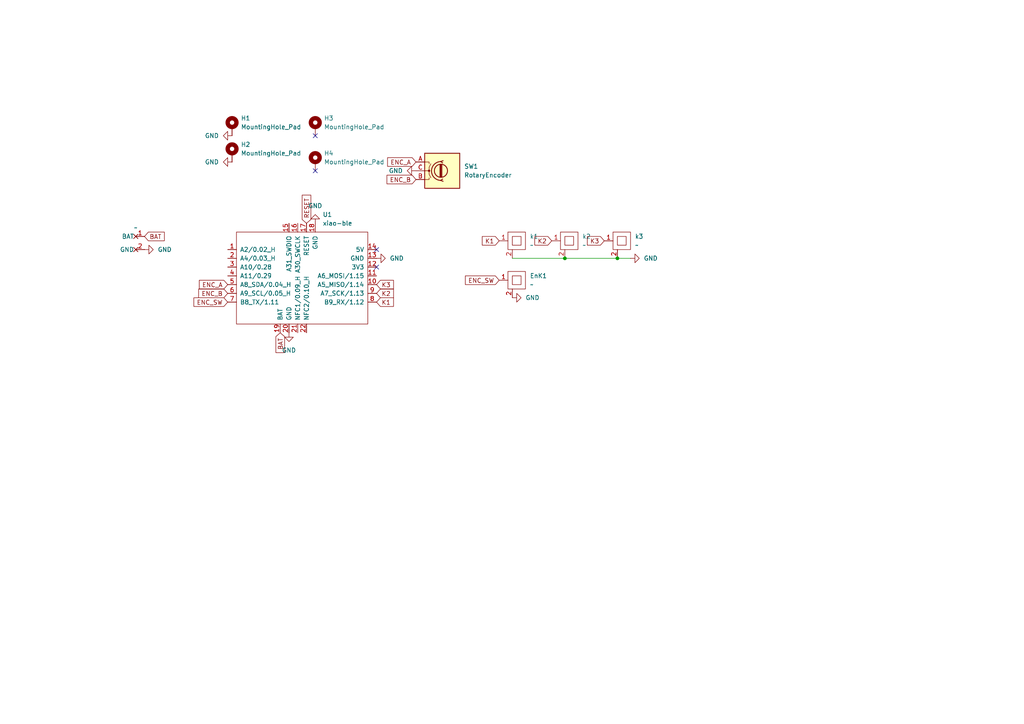
<source format=kicad_sch>
(kicad_sch
	(version 20250114)
	(generator "eeschema")
	(generator_version "9.0")
	(uuid "36ddaaaf-3a39-4af4-98fb-cd823926c68d")
	(paper "A4")
	(lib_symbols
		(symbol "Device:RotaryEncoder"
			(pin_names
				(offset 0.254)
				(hide yes)
			)
			(exclude_from_sim no)
			(in_bom yes)
			(on_board yes)
			(property "Reference" "SW"
				(at 0 6.604 0)
				(effects
					(font
						(size 1.27 1.27)
					)
				)
			)
			(property "Value" "RotaryEncoder"
				(at 0 -6.604 0)
				(effects
					(font
						(size 1.27 1.27)
					)
				)
			)
			(property "Footprint" ""
				(at -3.81 4.064 0)
				(effects
					(font
						(size 1.27 1.27)
					)
					(hide yes)
				)
			)
			(property "Datasheet" "~"
				(at 0 6.604 0)
				(effects
					(font
						(size 1.27 1.27)
					)
					(hide yes)
				)
			)
			(property "Description" "Rotary encoder, dual channel, incremental quadrate outputs"
				(at 0 0 0)
				(effects
					(font
						(size 1.27 1.27)
					)
					(hide yes)
				)
			)
			(property "ki_keywords" "rotary switch encoder"
				(at 0 0 0)
				(effects
					(font
						(size 1.27 1.27)
					)
					(hide yes)
				)
			)
			(property "ki_fp_filters" "RotaryEncoder*"
				(at 0 0 0)
				(effects
					(font
						(size 1.27 1.27)
					)
					(hide yes)
				)
			)
			(symbol "RotaryEncoder_0_1"
				(rectangle
					(start -5.08 5.08)
					(end 5.08 -5.08)
					(stroke
						(width 0.254)
						(type default)
					)
					(fill
						(type background)
					)
				)
				(polyline
					(pts
						(xy -5.08 2.54) (xy -3.81 2.54) (xy -3.81 2.032)
					)
					(stroke
						(width 0)
						(type default)
					)
					(fill
						(type none)
					)
				)
				(polyline
					(pts
						(xy -5.08 0) (xy -3.81 0) (xy -3.81 -1.016) (xy -3.302 -2.032)
					)
					(stroke
						(width 0)
						(type default)
					)
					(fill
						(type none)
					)
				)
				(polyline
					(pts
						(xy -5.08 -2.54) (xy -3.81 -2.54) (xy -3.81 -2.032)
					)
					(stroke
						(width 0)
						(type default)
					)
					(fill
						(type none)
					)
				)
				(polyline
					(pts
						(xy -4.318 0) (xy -3.81 0) (xy -3.81 1.016) (xy -3.302 2.032)
					)
					(stroke
						(width 0)
						(type default)
					)
					(fill
						(type none)
					)
				)
				(circle
					(center -3.81 0)
					(radius 0.254)
					(stroke
						(width 0)
						(type default)
					)
					(fill
						(type outline)
					)
				)
				(polyline
					(pts
						(xy -0.635 -1.778) (xy -0.635 1.778)
					)
					(stroke
						(width 0.254)
						(type default)
					)
					(fill
						(type none)
					)
				)
				(circle
					(center -0.381 0)
					(radius 1.905)
					(stroke
						(width 0.254)
						(type default)
					)
					(fill
						(type none)
					)
				)
				(polyline
					(pts
						(xy -0.381 -1.778) (xy -0.381 1.778)
					)
					(stroke
						(width 0.254)
						(type default)
					)
					(fill
						(type none)
					)
				)
				(arc
					(start -0.381 -2.794)
					(mid -3.0988 -0.0635)
					(end -0.381 2.667)
					(stroke
						(width 0.254)
						(type default)
					)
					(fill
						(type none)
					)
				)
				(polyline
					(pts
						(xy -0.127 1.778) (xy -0.127 -1.778)
					)
					(stroke
						(width 0.254)
						(type default)
					)
					(fill
						(type none)
					)
				)
				(polyline
					(pts
						(xy 0.254 2.921) (xy -0.508 2.667) (xy 0.127 2.286)
					)
					(stroke
						(width 0.254)
						(type default)
					)
					(fill
						(type none)
					)
				)
				(polyline
					(pts
						(xy 0.254 -3.048) (xy -0.508 -2.794) (xy 0.127 -2.413)
					)
					(stroke
						(width 0.254)
						(type default)
					)
					(fill
						(type none)
					)
				)
			)
			(symbol "RotaryEncoder_1_1"
				(pin passive line
					(at -7.62 2.54 0)
					(length 2.54)
					(name "A"
						(effects
							(font
								(size 1.27 1.27)
							)
						)
					)
					(number "A"
						(effects
							(font
								(size 1.27 1.27)
							)
						)
					)
				)
				(pin passive line
					(at -7.62 0 0)
					(length 2.54)
					(name "C"
						(effects
							(font
								(size 1.27 1.27)
							)
						)
					)
					(number "C"
						(effects
							(font
								(size 1.27 1.27)
							)
						)
					)
				)
				(pin passive line
					(at -7.62 -2.54 0)
					(length 2.54)
					(name "B"
						(effects
							(font
								(size 1.27 1.27)
							)
						)
					)
					(number "B"
						(effects
							(font
								(size 1.27 1.27)
							)
						)
					)
				)
			)
			(embedded_fonts no)
		)
		(symbol "Mechanical:MountingHole_Pad"
			(pin_numbers
				(hide yes)
			)
			(pin_names
				(offset 1.016)
				(hide yes)
			)
			(exclude_from_sim no)
			(in_bom no)
			(on_board yes)
			(property "Reference" "H"
				(at 0 6.35 0)
				(effects
					(font
						(size 1.27 1.27)
					)
				)
			)
			(property "Value" "MountingHole_Pad"
				(at 0 4.445 0)
				(effects
					(font
						(size 1.27 1.27)
					)
				)
			)
			(property "Footprint" ""
				(at 0 0 0)
				(effects
					(font
						(size 1.27 1.27)
					)
					(hide yes)
				)
			)
			(property "Datasheet" "~"
				(at 0 0 0)
				(effects
					(font
						(size 1.27 1.27)
					)
					(hide yes)
				)
			)
			(property "Description" "Mounting Hole with connection"
				(at 0 0 0)
				(effects
					(font
						(size 1.27 1.27)
					)
					(hide yes)
				)
			)
			(property "ki_keywords" "mounting hole"
				(at 0 0 0)
				(effects
					(font
						(size 1.27 1.27)
					)
					(hide yes)
				)
			)
			(property "ki_fp_filters" "MountingHole*Pad*"
				(at 0 0 0)
				(effects
					(font
						(size 1.27 1.27)
					)
					(hide yes)
				)
			)
			(symbol "MountingHole_Pad_0_1"
				(circle
					(center 0 1.27)
					(radius 1.27)
					(stroke
						(width 1.27)
						(type default)
					)
					(fill
						(type none)
					)
				)
			)
			(symbol "MountingHole_Pad_1_1"
				(pin input line
					(at 0 -2.54 90)
					(length 2.54)
					(name "1"
						(effects
							(font
								(size 1.27 1.27)
							)
						)
					)
					(number "1"
						(effects
							(font
								(size 1.27 1.27)
							)
						)
					)
				)
			)
			(embedded_fonts no)
		)
		(symbol "e.symbols:battery_connector"
			(exclude_from_sim no)
			(in_bom yes)
			(on_board yes)
			(property "Reference" "B1"
				(at 0.508 -0.762 0)
				(effects
					(font
						(size 1.27 1.27)
					)
					(hide yes)
				)
			)
			(property "Value" "~"
				(at -2.54 7.62 0)
				(effects
					(font
						(size 1.27 1.27)
					)
				)
			)
			(property "Footprint" ""
				(at 0 0 0)
				(effects
					(font
						(size 1.27 1.27)
					)
					(hide yes)
				)
			)
			(property "Datasheet" ""
				(at 0 0 0)
				(effects
					(font
						(size 1.27 1.27)
					)
					(hide yes)
				)
			)
			(property "Description" ""
				(at 0 0 0)
				(effects
					(font
						(size 1.27 1.27)
					)
					(hide yes)
				)
			)
			(symbol "battery_connector_1_1"
				(pin input non_logic
					(at 0 5.08 180)
					(length 2.54)
					(name "BAT"
						(effects
							(font
								(size 1.27 1.27)
							)
						)
					)
					(number "1"
						(effects
							(font
								(size 1.27 1.27)
							)
						)
					)
				)
				(pin output non_logic
					(at 0 1.27 180)
					(length 2.54)
					(name "GND"
						(effects
							(font
								(size 1.27 1.27)
							)
						)
					)
					(number "2"
						(effects
							(font
								(size 1.27 1.27)
							)
						)
					)
				)
			)
			(embedded_fonts no)
		)
		(symbol "e.symbols:switch"
			(exclude_from_sim no)
			(in_bom yes)
			(on_board yes)
			(property "Reference" "k"
				(at 0 0 0)
				(effects
					(font
						(size 1.27 1.27)
					)
				)
			)
			(property "Value" ""
				(at 0 0 0)
				(effects
					(font
						(size 1.27 1.27)
					)
				)
			)
			(property "Footprint" ""
				(at 0 0 0)
				(effects
					(font
						(size 1.27 1.27)
					)
					(hide yes)
				)
			)
			(property "Datasheet" ""
				(at 0 0 0)
				(effects
					(font
						(size 1.27 1.27)
					)
					(hide yes)
				)
			)
			(property "Description" ""
				(at 0 0 0)
				(effects
					(font
						(size 1.27 1.27)
					)
					(hide yes)
				)
			)
			(symbol "switch_0_1"
				(rectangle
					(start -2.54 2.54)
					(end 2.54 -2.54)
					(stroke
						(width 0)
						(type default)
					)
					(fill
						(type none)
					)
				)
				(rectangle
					(start -1.27 1.27)
					(end 1.27 -1.27)
					(stroke
						(width 0)
						(type default)
					)
					(fill
						(type none)
					)
				)
			)
			(symbol "switch_1_1"
				(pin input line
					(at -5.08 0 0)
					(length 2.54)
					(name ""
						(effects
							(font
								(size 1.27 1.27)
							)
						)
					)
					(number "1"
						(effects
							(font
								(size 1.27 1.27)
							)
						)
					)
				)
				(pin input line
					(at -1.27 -5.08 90)
					(length 2.54)
					(name ""
						(effects
							(font
								(size 1.27 1.27)
							)
						)
					)
					(number "2"
						(effects
							(font
								(size 1.27 1.27)
							)
						)
					)
				)
			)
			(embedded_fonts no)
		)
		(symbol "power:GND"
			(power)
			(pin_numbers
				(hide yes)
			)
			(pin_names
				(offset 0)
				(hide yes)
			)
			(exclude_from_sim no)
			(in_bom yes)
			(on_board yes)
			(property "Reference" "#PWR"
				(at 0 -6.35 0)
				(effects
					(font
						(size 1.27 1.27)
					)
					(hide yes)
				)
			)
			(property "Value" "GND"
				(at 0 -3.81 0)
				(effects
					(font
						(size 1.27 1.27)
					)
				)
			)
			(property "Footprint" ""
				(at 0 0 0)
				(effects
					(font
						(size 1.27 1.27)
					)
					(hide yes)
				)
			)
			(property "Datasheet" ""
				(at 0 0 0)
				(effects
					(font
						(size 1.27 1.27)
					)
					(hide yes)
				)
			)
			(property "Description" "Power symbol creates a global label with name \"GND\" , ground"
				(at 0 0 0)
				(effects
					(font
						(size 1.27 1.27)
					)
					(hide yes)
				)
			)
			(property "ki_keywords" "global power"
				(at 0 0 0)
				(effects
					(font
						(size 1.27 1.27)
					)
					(hide yes)
				)
			)
			(symbol "GND_0_1"
				(polyline
					(pts
						(xy 0 0) (xy 0 -1.27) (xy 1.27 -1.27) (xy 0 -2.54) (xy -1.27 -1.27) (xy 0 -1.27)
					)
					(stroke
						(width 0)
						(type default)
					)
					(fill
						(type none)
					)
				)
			)
			(symbol "GND_1_1"
				(pin power_in line
					(at 0 0 270)
					(length 0)
					(name "~"
						(effects
							(font
								(size 1.27 1.27)
							)
						)
					)
					(number "1"
						(effects
							(font
								(size 1.27 1.27)
							)
						)
					)
				)
			)
			(embedded_fonts no)
		)
		(symbol "xiao:xiao-ble"
			(pin_names
				(offset 1.016)
			)
			(exclude_from_sim no)
			(in_bom yes)
			(on_board yes)
			(property "Reference" "U"
				(at -17.78 16.51 0)
				(effects
					(font
						(size 1.27 1.27)
					)
				)
			)
			(property "Value" "xiao-ble"
				(at -15.24 13.97 0)
				(effects
					(font
						(size 1.27 1.27)
					)
				)
			)
			(property "Footprint" ""
				(at -7.62 5.08 0)
				(effects
					(font
						(size 1.27 1.27)
					)
					(hide yes)
				)
			)
			(property "Datasheet" ""
				(at -7.62 5.08 0)
				(effects
					(font
						(size 1.27 1.27)
					)
					(hide yes)
				)
			)
			(property "Description" ""
				(at 0 0 0)
				(effects
					(font
						(size 1.27 1.27)
					)
					(hide yes)
				)
			)
			(symbol "xiao-ble_0_1"
				(rectangle
					(start -19.05 12.7)
					(end 19.05 -13.97)
					(stroke
						(width 0)
						(type default)
					)
					(fill
						(type none)
					)
				)
			)
			(symbol "xiao-ble_1_1"
				(pin bidirectional line
					(at -21.59 7.62 0)
					(length 2.54)
					(name "A2/0.02_H"
						(effects
							(font
								(size 1.27 1.27)
							)
						)
					)
					(number "1"
						(effects
							(font
								(size 1.27 1.27)
							)
						)
					)
				)
				(pin bidirectional line
					(at -21.59 5.08 0)
					(length 2.54)
					(name "A4/0.03_H"
						(effects
							(font
								(size 1.27 1.27)
							)
						)
					)
					(number "2"
						(effects
							(font
								(size 1.27 1.27)
							)
						)
					)
				)
				(pin bidirectional line
					(at -21.59 2.54 0)
					(length 2.54)
					(name "A10/0.28"
						(effects
							(font
								(size 1.27 1.27)
							)
						)
					)
					(number "3"
						(effects
							(font
								(size 1.27 1.27)
							)
						)
					)
				)
				(pin bidirectional line
					(at -21.59 0 0)
					(length 2.54)
					(name "A11/0.29"
						(effects
							(font
								(size 1.27 1.27)
							)
						)
					)
					(number "4"
						(effects
							(font
								(size 1.27 1.27)
							)
						)
					)
				)
				(pin bidirectional line
					(at -21.59 -2.54 0)
					(length 2.54)
					(name "A8_SDA/0.04_H"
						(effects
							(font
								(size 1.27 1.27)
							)
						)
					)
					(number "5"
						(effects
							(font
								(size 1.27 1.27)
							)
						)
					)
				)
				(pin bidirectional line
					(at -21.59 -5.08 0)
					(length 2.54)
					(name "A9_SCL/0.05_H"
						(effects
							(font
								(size 1.27 1.27)
							)
						)
					)
					(number "6"
						(effects
							(font
								(size 1.27 1.27)
							)
						)
					)
				)
				(pin bidirectional line
					(at -21.59 -7.62 0)
					(length 2.54)
					(name "B8_TX/1.11"
						(effects
							(font
								(size 1.27 1.27)
							)
						)
					)
					(number "7"
						(effects
							(font
								(size 1.27 1.27)
							)
						)
					)
				)
				(pin bidirectional line
					(at -6.35 -16.51 90)
					(length 2.54)
					(name "BAT"
						(effects
							(font
								(size 1.27 1.27)
							)
						)
					)
					(number "19"
						(effects
							(font
								(size 1.27 1.27)
							)
						)
					)
				)
				(pin input line
					(at -3.81 15.24 270)
					(length 2.54)
					(name "A31_SWDIO"
						(effects
							(font
								(size 1.27 1.27)
							)
						)
					)
					(number "15"
						(effects
							(font
								(size 1.27 1.27)
							)
						)
					)
				)
				(pin power_out line
					(at -3.81 -16.51 90)
					(length 2.54)
					(name "GND"
						(effects
							(font
								(size 1.27 1.27)
							)
						)
					)
					(number "20"
						(effects
							(font
								(size 1.27 1.27)
							)
						)
					)
				)
				(pin input line
					(at -1.27 15.24 270)
					(length 2.54)
					(name "A30_SWCLK"
						(effects
							(font
								(size 1.27 1.27)
							)
						)
					)
					(number "16"
						(effects
							(font
								(size 1.27 1.27)
							)
						)
					)
				)
				(pin bidirectional line
					(at -1.27 -16.51 90)
					(length 2.54)
					(name "NFC1/0.09_H"
						(effects
							(font
								(size 1.27 1.27)
							)
						)
					)
					(number "21"
						(effects
							(font
								(size 1.27 1.27)
							)
						)
					)
				)
				(pin input line
					(at 1.27 15.24 270)
					(length 2.54)
					(name "RESET"
						(effects
							(font
								(size 1.27 1.27)
							)
						)
					)
					(number "17"
						(effects
							(font
								(size 1.27 1.27)
							)
						)
					)
				)
				(pin bidirectional line
					(at 1.27 -16.51 90)
					(length 2.54)
					(name "NFC2/0.10_H"
						(effects
							(font
								(size 1.27 1.27)
							)
						)
					)
					(number "22"
						(effects
							(font
								(size 1.27 1.27)
							)
						)
					)
				)
				(pin power_out line
					(at 3.81 15.24 270)
					(length 2.54)
					(name "GND"
						(effects
							(font
								(size 1.27 1.27)
							)
						)
					)
					(number "18"
						(effects
							(font
								(size 1.27 1.27)
							)
						)
					)
				)
				(pin power_out line
					(at 21.59 7.62 180)
					(length 2.54)
					(name "5V"
						(effects
							(font
								(size 1.27 1.27)
							)
						)
					)
					(number "14"
						(effects
							(font
								(size 1.27 1.27)
							)
						)
					)
				)
				(pin power_out line
					(at 21.59 5.08 180)
					(length 2.54)
					(name "GND"
						(effects
							(font
								(size 1.27 1.27)
							)
						)
					)
					(number "13"
						(effects
							(font
								(size 1.27 1.27)
							)
						)
					)
				)
				(pin power_out line
					(at 21.59 2.54 180)
					(length 2.54)
					(name "3V3"
						(effects
							(font
								(size 1.27 1.27)
							)
						)
					)
					(number "12"
						(effects
							(font
								(size 1.27 1.27)
							)
						)
					)
				)
				(pin bidirectional line
					(at 21.59 0 180)
					(length 2.54)
					(name "A6_MOSI/1.15"
						(effects
							(font
								(size 1.27 1.27)
							)
						)
					)
					(number "11"
						(effects
							(font
								(size 1.27 1.27)
							)
						)
					)
				)
				(pin bidirectional line
					(at 21.59 -2.54 180)
					(length 2.54)
					(name "A5_MISO/1.14"
						(effects
							(font
								(size 1.27 1.27)
							)
						)
					)
					(number "10"
						(effects
							(font
								(size 1.27 1.27)
							)
						)
					)
				)
				(pin bidirectional line
					(at 21.59 -5.08 180)
					(length 2.54)
					(name "A7_SCK/1.13"
						(effects
							(font
								(size 1.27 1.27)
							)
						)
					)
					(number "9"
						(effects
							(font
								(size 1.27 1.27)
							)
						)
					)
				)
				(pin bidirectional line
					(at 21.59 -7.62 180)
					(length 2.54)
					(name "B9_RX/1.12"
						(effects
							(font
								(size 1.27 1.27)
							)
						)
					)
					(number "8"
						(effects
							(font
								(size 1.27 1.27)
							)
						)
					)
				)
			)
			(embedded_fonts no)
		)
	)
	(junction
		(at 163.83 74.93)
		(diameter 0)
		(color 0 0 0 0)
		(uuid "62987700-0e02-4ccd-8862-e46d694dbbb8")
	)
	(junction
		(at 179.07 74.93)
		(diameter 0)
		(color 0 0 0 0)
		(uuid "e5b6c588-cb9b-444d-bd84-e1a0b75628e4")
	)
	(no_connect
		(at 109.22 72.39)
		(uuid "07022f7a-aec6-4464-9e76-33e4bd5f4a8c")
	)
	(no_connect
		(at 91.44 49.53)
		(uuid "0bd508fc-20e8-44b9-8256-181adcf5df62")
	)
	(no_connect
		(at 109.22 77.47)
		(uuid "1b56df17-ffc6-4b12-a32f-172ac5dcc584")
	)
	(no_connect
		(at 91.44 39.37)
		(uuid "48dfec77-31fd-45fb-a624-061ba2f109b8")
	)
	(wire
		(pts
			(xy 148.59 74.93) (xy 163.83 74.93)
		)
		(stroke
			(width 0)
			(type default)
		)
		(uuid "3d6c16c8-b5dd-4cbe-89c3-94b47a640dea")
	)
	(wire
		(pts
			(xy 163.83 74.93) (xy 179.07 74.93)
		)
		(stroke
			(width 0)
			(type default)
		)
		(uuid "3da8c413-59f6-45db-b670-1afdee28bea0")
	)
	(wire
		(pts
			(xy 179.07 74.93) (xy 182.88 74.93)
		)
		(stroke
			(width 0)
			(type default)
		)
		(uuid "f65e04eb-dbb2-4ba5-adc6-11bd95e2deb7")
	)
	(global_label "K3"
		(shape input)
		(at 175.26 69.85 180)
		(fields_autoplaced yes)
		(effects
			(font
				(size 1.27 1.27)
			)
			(justify right)
		)
		(uuid "07cf3aed-a8e8-4248-9964-b26d4de45461")
		(property "Intersheetrefs" "${INTERSHEET_REFS}"
			(at 169.7953 69.85 0)
			(effects
				(font
					(size 1.27 1.27)
				)
				(justify right)
				(hide yes)
			)
		)
	)
	(global_label "K2"
		(shape input)
		(at 160.02 69.85 180)
		(fields_autoplaced yes)
		(effects
			(font
				(size 1.27 1.27)
			)
			(justify right)
		)
		(uuid "0bbc026e-06ff-4b60-9367-be64ebcffb17")
		(property "Intersheetrefs" "${INTERSHEET_REFS}"
			(at 154.5553 69.85 0)
			(effects
				(font
					(size 1.27 1.27)
				)
				(justify right)
				(hide yes)
			)
		)
	)
	(global_label "K2"
		(shape input)
		(at 109.22 85.09 0)
		(fields_autoplaced yes)
		(effects
			(font
				(size 1.27 1.27)
			)
			(justify left)
		)
		(uuid "1af55fb1-98ca-41e4-a6b0-76d0fcdf975a")
		(property "Intersheetrefs" "${INTERSHEET_REFS}"
			(at 114.6847 85.09 0)
			(effects
				(font
					(size 1.27 1.27)
				)
				(justify left)
				(hide yes)
			)
		)
	)
	(global_label "BAT"
		(shape input)
		(at 41.91 68.58 0)
		(fields_autoplaced yes)
		(effects
			(font
				(size 1.27 1.27)
			)
			(justify left)
		)
		(uuid "3b2a9dd6-d4aa-4d23-a08d-3d36e2a06da2")
		(property "Intersheetrefs" "${INTERSHEET_REFS}"
			(at 48.2214 68.58 0)
			(effects
				(font
					(size 1.27 1.27)
				)
				(justify left)
				(hide yes)
			)
		)
	)
	(global_label "ENC_B"
		(shape input)
		(at 120.65 52.07 180)
		(fields_autoplaced yes)
		(effects
			(font
				(size 1.27 1.27)
			)
			(justify right)
		)
		(uuid "40d19587-b421-4b38-97c7-1124ea8a06f3")
		(property "Intersheetrefs" "${INTERSHEET_REFS}"
			(at 111.6777 52.07 0)
			(effects
				(font
					(size 1.27 1.27)
				)
				(justify right)
				(hide yes)
			)
		)
	)
	(global_label "K3"
		(shape input)
		(at 109.22 82.55 0)
		(fields_autoplaced yes)
		(effects
			(font
				(size 1.27 1.27)
			)
			(justify left)
		)
		(uuid "4f86658b-c6d8-4a76-83b6-1e03ea02cfd6")
		(property "Intersheetrefs" "${INTERSHEET_REFS}"
			(at 114.6847 82.55 0)
			(effects
				(font
					(size 1.27 1.27)
				)
				(justify left)
				(hide yes)
			)
		)
	)
	(global_label "K1"
		(shape input)
		(at 109.22 87.63 0)
		(fields_autoplaced yes)
		(effects
			(font
				(size 1.27 1.27)
			)
			(justify left)
		)
		(uuid "53794061-814b-4a36-b205-443a3bdea510")
		(property "Intersheetrefs" "${INTERSHEET_REFS}"
			(at 114.6847 87.63 0)
			(effects
				(font
					(size 1.27 1.27)
				)
				(justify left)
				(hide yes)
			)
		)
	)
	(global_label "ENC_A"
		(shape input)
		(at 66.04 82.55 180)
		(fields_autoplaced yes)
		(effects
			(font
				(size 1.27 1.27)
			)
			(justify right)
		)
		(uuid "613ea506-bbba-41bf-bf86-732c08f2d9be")
		(property "Intersheetrefs" "${INTERSHEET_REFS}"
			(at 57.2491 82.55 0)
			(effects
				(font
					(size 1.27 1.27)
				)
				(justify right)
				(hide yes)
			)
		)
	)
	(global_label "ENC_A"
		(shape input)
		(at 120.65 46.99 180)
		(fields_autoplaced yes)
		(effects
			(font
				(size 1.27 1.27)
			)
			(justify right)
		)
		(uuid "66afdddc-e2a0-42ec-a1bd-4f9f86aa8779")
		(property "Intersheetrefs" "${INTERSHEET_REFS}"
			(at 111.8591 46.99 0)
			(effects
				(font
					(size 1.27 1.27)
				)
				(justify right)
				(hide yes)
			)
		)
	)
	(global_label "RESET"
		(shape input)
		(at 88.9 64.77 90)
		(fields_autoplaced yes)
		(effects
			(font
				(size 1.27 1.27)
			)
			(justify left)
		)
		(uuid "71e948ab-ef10-477c-9888-9158470b00d3")
		(property "Intersheetrefs" "${INTERSHEET_REFS}"
			(at 88.9 56.0397 90)
			(effects
				(font
					(size 1.27 1.27)
				)
				(justify left)
				(hide yes)
			)
		)
	)
	(global_label "ENC_SW"
		(shape input)
		(at 66.04 87.63 180)
		(fields_autoplaced yes)
		(effects
			(font
				(size 1.27 1.27)
			)
			(justify right)
		)
		(uuid "79246bb2-7d29-44b3-925e-efa7c4aca929")
		(property "Intersheetrefs" "${INTERSHEET_REFS}"
			(at 55.6768 87.63 0)
			(effects
				(font
					(size 1.27 1.27)
				)
				(justify right)
				(hide yes)
			)
		)
	)
	(global_label "K1"
		(shape input)
		(at 144.78 69.85 180)
		(fields_autoplaced yes)
		(effects
			(font
				(size 1.27 1.27)
			)
			(justify right)
		)
		(uuid "827a78c7-d580-48a6-bbf0-b1567084d147")
		(property "Intersheetrefs" "${INTERSHEET_REFS}"
			(at 139.3153 69.85 0)
			(effects
				(font
					(size 1.27 1.27)
				)
				(justify right)
				(hide yes)
			)
		)
	)
	(global_label "ENC_B"
		(shape input)
		(at 66.04 85.09 180)
		(fields_autoplaced yes)
		(effects
			(font
				(size 1.27 1.27)
			)
			(justify right)
		)
		(uuid "ac021825-0b6d-4e29-88f7-9cd77f85d6d7")
		(property "Intersheetrefs" "${INTERSHEET_REFS}"
			(at 57.0677 85.09 0)
			(effects
				(font
					(size 1.27 1.27)
				)
				(justify right)
				(hide yes)
			)
		)
	)
	(global_label "BAT"
		(shape input)
		(at 81.28 96.52 270)
		(fields_autoplaced yes)
		(effects
			(font
				(size 1.27 1.27)
			)
			(justify right)
		)
		(uuid "b9b91738-2037-4033-a958-7c919f9f3673")
		(property "Intersheetrefs" "${INTERSHEET_REFS}"
			(at 81.28 102.8314 90)
			(effects
				(font
					(size 1.27 1.27)
				)
				(justify right)
				(hide yes)
			)
		)
	)
	(global_label "ENC_SW"
		(shape input)
		(at 144.78 81.28 180)
		(fields_autoplaced yes)
		(effects
			(font
				(size 1.27 1.27)
			)
			(justify right)
		)
		(uuid "bb1f425e-13c6-4c3f-bfa1-13aeb66493e0")
		(property "Intersheetrefs" "${INTERSHEET_REFS}"
			(at 134.4168 81.28 0)
			(effects
				(font
					(size 1.27 1.27)
				)
				(justify right)
				(hide yes)
			)
		)
	)
	(symbol
		(lib_id "power:GND")
		(at 109.22 74.93 90)
		(unit 1)
		(exclude_from_sim no)
		(in_bom yes)
		(on_board yes)
		(dnp no)
		(fields_autoplaced yes)
		(uuid "0961aaaa-f951-4f60-829e-9bfab9f91a66")
		(property "Reference" "#PWR06"
			(at 115.57 74.93 0)
			(effects
				(font
					(size 1.27 1.27)
				)
				(hide yes)
			)
		)
		(property "Value" "GND"
			(at 113.03 74.9299 90)
			(effects
				(font
					(size 1.27 1.27)
				)
				(justify right)
			)
		)
		(property "Footprint" ""
			(at 109.22 74.93 0)
			(effects
				(font
					(size 1.27 1.27)
				)
				(hide yes)
			)
		)
		(property "Datasheet" ""
			(at 109.22 74.93 0)
			(effects
				(font
					(size 1.27 1.27)
				)
				(hide yes)
			)
		)
		(property "Description" "Power symbol creates a global label with name \"GND\" , ground"
			(at 109.22 74.93 0)
			(effects
				(font
					(size 1.27 1.27)
				)
				(hide yes)
			)
		)
		(pin "1"
			(uuid "a1620bd5-baab-4e78-af59-ccae29973887")
		)
		(instances
			(project "tutu"
				(path "/36ddaaaf-3a39-4af4-98fb-cd823926c68d"
					(reference "#PWR06")
					(unit 1)
				)
			)
		)
	)
	(symbol
		(lib_id "power:GND")
		(at 41.91 72.39 90)
		(unit 1)
		(exclude_from_sim no)
		(in_bom yes)
		(on_board yes)
		(dnp no)
		(fields_autoplaced yes)
		(uuid "15c3e7c6-05f4-4c58-a96c-7d58b629b656")
		(property "Reference" "#PWR01"
			(at 48.26 72.39 0)
			(effects
				(font
					(size 1.27 1.27)
				)
				(hide yes)
			)
		)
		(property "Value" "GND"
			(at 45.72 72.3899 90)
			(effects
				(font
					(size 1.27 1.27)
				)
				(justify right)
			)
		)
		(property "Footprint" ""
			(at 41.91 72.39 0)
			(effects
				(font
					(size 1.27 1.27)
				)
				(hide yes)
			)
		)
		(property "Datasheet" ""
			(at 41.91 72.39 0)
			(effects
				(font
					(size 1.27 1.27)
				)
				(hide yes)
			)
		)
		(property "Description" "Power symbol creates a global label with name \"GND\" , ground"
			(at 41.91 72.39 0)
			(effects
				(font
					(size 1.27 1.27)
				)
				(hide yes)
			)
		)
		(pin "1"
			(uuid "130d3d2b-4a94-4357-bffd-d1bf5f8fca36")
		)
		(instances
			(project "tutu"
				(path "/36ddaaaf-3a39-4af4-98fb-cd823926c68d"
					(reference "#PWR01")
					(unit 1)
				)
			)
		)
	)
	(symbol
		(lib_id "Mechanical:MountingHole_Pad")
		(at 91.44 36.83 0)
		(unit 1)
		(exclude_from_sim no)
		(in_bom no)
		(on_board yes)
		(dnp no)
		(fields_autoplaced yes)
		(uuid "171e748d-9075-48d6-8e9b-5242c042c53c")
		(property "Reference" "H3"
			(at 93.98 34.2899 0)
			(effects
				(font
					(size 1.27 1.27)
				)
				(justify left)
			)
		)
		(property "Value" "MountingHole_Pad"
			(at 93.98 36.8299 0)
			(effects
				(font
					(size 1.27 1.27)
				)
				(justify left)
			)
		)
		(property "Footprint" "e-prints:hole 1_mm"
			(at 91.44 36.83 0)
			(effects
				(font
					(size 1.27 1.27)
				)
				(hide yes)
			)
		)
		(property "Datasheet" "~"
			(at 91.44 36.83 0)
			(effects
				(font
					(size 1.27 1.27)
				)
				(hide yes)
			)
		)
		(property "Description" "Mounting Hole with connection"
			(at 91.44 36.83 0)
			(effects
				(font
					(size 1.27 1.27)
				)
				(hide yes)
			)
		)
		(pin "1"
			(uuid "8c29485a-ec0d-4436-a0a4-f3b60143d123")
		)
		(instances
			(project "tutu"
				(path "/36ddaaaf-3a39-4af4-98fb-cd823926c68d"
					(reference "H3")
					(unit 1)
				)
			)
		)
	)
	(symbol
		(lib_id "e.symbols:switch")
		(at 149.86 81.28 0)
		(unit 1)
		(exclude_from_sim no)
		(in_bom yes)
		(on_board yes)
		(dnp no)
		(fields_autoplaced yes)
		(uuid "17e6c842-4d2a-4c60-bb91-0d6c6101578e")
		(property "Reference" "EnK1"
			(at 153.67 80.0099 0)
			(effects
				(font
					(size 1.27 1.27)
				)
				(justify left)
			)
		)
		(property "Value" "~"
			(at 153.67 82.5499 0)
			(effects
				(font
					(size 1.27 1.27)
				)
				(justify left)
			)
		)
		(property "Footprint" "e-prints:Mouse Micro Switch"
			(at 149.86 81.28 0)
			(effects
				(font
					(size 1.27 1.27)
				)
				(hide yes)
			)
		)
		(property "Datasheet" ""
			(at 149.86 81.28 0)
			(effects
				(font
					(size 1.27 1.27)
				)
				(hide yes)
			)
		)
		(property "Description" ""
			(at 149.86 81.28 0)
			(effects
				(font
					(size 1.27 1.27)
				)
				(hide yes)
			)
		)
		(pin "2"
			(uuid "19db8f83-5444-4f8e-ae1b-b917eb603a21")
		)
		(pin "1"
			(uuid "525e0513-f34f-446f-aa69-2d57cc84d6e0")
		)
		(instances
			(project "tutu"
				(path "/36ddaaaf-3a39-4af4-98fb-cd823926c68d"
					(reference "EnK1")
					(unit 1)
				)
			)
		)
	)
	(symbol
		(lib_id "power:GND")
		(at 182.88 74.93 90)
		(unit 1)
		(exclude_from_sim no)
		(in_bom yes)
		(on_board yes)
		(dnp no)
		(fields_autoplaced yes)
		(uuid "3719c895-28c8-448a-9fb7-b5422b51689c")
		(property "Reference" "#PWR09"
			(at 189.23 74.93 0)
			(effects
				(font
					(size 1.27 1.27)
				)
				(hide yes)
			)
		)
		(property "Value" "GND"
			(at 186.69 74.9299 90)
			(effects
				(font
					(size 1.27 1.27)
				)
				(justify right)
			)
		)
		(property "Footprint" ""
			(at 182.88 74.93 0)
			(effects
				(font
					(size 1.27 1.27)
				)
				(hide yes)
			)
		)
		(property "Datasheet" ""
			(at 182.88 74.93 0)
			(effects
				(font
					(size 1.27 1.27)
				)
				(hide yes)
			)
		)
		(property "Description" "Power symbol creates a global label with name \"GND\" , ground"
			(at 182.88 74.93 0)
			(effects
				(font
					(size 1.27 1.27)
				)
				(hide yes)
			)
		)
		(pin "1"
			(uuid "4a6408ae-f335-40e2-a47f-16134352972f")
		)
		(instances
			(project "tutu"
				(path "/36ddaaaf-3a39-4af4-98fb-cd823926c68d"
					(reference "#PWR09")
					(unit 1)
				)
			)
		)
	)
	(symbol
		(lib_id "power:GND")
		(at 67.31 46.99 270)
		(unit 1)
		(exclude_from_sim no)
		(in_bom yes)
		(on_board yes)
		(dnp no)
		(fields_autoplaced yes)
		(uuid "67413436-8915-4fef-bc92-f7c1bdf635aa")
		(property "Reference" "#PWR03"
			(at 60.96 46.99 0)
			(effects
				(font
					(size 1.27 1.27)
				)
				(hide yes)
			)
		)
		(property "Value" "GND"
			(at 63.5 46.9899 90)
			(effects
				(font
					(size 1.27 1.27)
				)
				(justify right)
			)
		)
		(property "Footprint" ""
			(at 67.31 46.99 0)
			(effects
				(font
					(size 1.27 1.27)
				)
				(hide yes)
			)
		)
		(property "Datasheet" ""
			(at 67.31 46.99 0)
			(effects
				(font
					(size 1.27 1.27)
				)
				(hide yes)
			)
		)
		(property "Description" "Power symbol creates a global label with name \"GND\" , ground"
			(at 67.31 46.99 0)
			(effects
				(font
					(size 1.27 1.27)
				)
				(hide yes)
			)
		)
		(pin "1"
			(uuid "4865dcc4-9ce1-433b-adb8-78be9e809d40")
		)
		(instances
			(project "tutu"
				(path "/36ddaaaf-3a39-4af4-98fb-cd823926c68d"
					(reference "#PWR03")
					(unit 1)
				)
			)
		)
	)
	(symbol
		(lib_id "e.symbols:switch")
		(at 149.86 69.85 0)
		(unit 1)
		(exclude_from_sim no)
		(in_bom yes)
		(on_board yes)
		(dnp no)
		(fields_autoplaced yes)
		(uuid "6766bb35-7af7-4bab-8417-ba2e654268e4")
		(property "Reference" "k1"
			(at 153.67 68.5799 0)
			(effects
				(font
					(size 1.27 1.27)
				)
				(justify left)
			)
		)
		(property "Value" "~"
			(at 153.67 71.1199 0)
			(effects
				(font
					(size 1.27 1.27)
				)
				(justify left)
			)
		)
		(property "Footprint" "e-prints:CherryMX_1u solder"
			(at 149.86 69.85 0)
			(effects
				(font
					(size 1.27 1.27)
				)
				(hide yes)
			)
		)
		(property "Datasheet" ""
			(at 149.86 69.85 0)
			(effects
				(font
					(size 1.27 1.27)
				)
				(hide yes)
			)
		)
		(property "Description" ""
			(at 149.86 69.85 0)
			(effects
				(font
					(size 1.27 1.27)
				)
				(hide yes)
			)
		)
		(pin "2"
			(uuid "fc2f726d-564e-4445-93d3-3348c74c7784")
		)
		(pin "1"
			(uuid "3b061234-80c1-4307-aa4c-ac0e865ad602")
		)
		(instances
			(project ""
				(path "/36ddaaaf-3a39-4af4-98fb-cd823926c68d"
					(reference "k1")
					(unit 1)
				)
			)
		)
	)
	(symbol
		(lib_id "power:GND")
		(at 67.31 39.37 270)
		(unit 1)
		(exclude_from_sim no)
		(in_bom yes)
		(on_board yes)
		(dnp no)
		(fields_autoplaced yes)
		(uuid "89fefe51-43fe-4fef-b107-5b97e480b065")
		(property "Reference" "#PWR02"
			(at 60.96 39.37 0)
			(effects
				(font
					(size 1.27 1.27)
				)
				(hide yes)
			)
		)
		(property "Value" "GND"
			(at 63.5 39.3699 90)
			(effects
				(font
					(size 1.27 1.27)
				)
				(justify right)
			)
		)
		(property "Footprint" ""
			(at 67.31 39.37 0)
			(effects
				(font
					(size 1.27 1.27)
				)
				(hide yes)
			)
		)
		(property "Datasheet" ""
			(at 67.31 39.37 0)
			(effects
				(font
					(size 1.27 1.27)
				)
				(hide yes)
			)
		)
		(property "Description" "Power symbol creates a global label with name \"GND\" , ground"
			(at 67.31 39.37 0)
			(effects
				(font
					(size 1.27 1.27)
				)
				(hide yes)
			)
		)
		(pin "1"
			(uuid "c4af54ef-d477-4499-99a8-717362ccad6d")
		)
		(instances
			(project "tutu"
				(path "/36ddaaaf-3a39-4af4-98fb-cd823926c68d"
					(reference "#PWR02")
					(unit 1)
				)
			)
		)
	)
	(symbol
		(lib_id "power:GND")
		(at 83.82 96.52 0)
		(unit 1)
		(exclude_from_sim no)
		(in_bom yes)
		(on_board yes)
		(dnp no)
		(fields_autoplaced yes)
		(uuid "a2ad1b1b-e70d-40c8-81f9-fde3651f1de9")
		(property "Reference" "#PWR04"
			(at 83.82 102.87 0)
			(effects
				(font
					(size 1.27 1.27)
				)
				(hide yes)
			)
		)
		(property "Value" "GND"
			(at 83.82 101.6 0)
			(effects
				(font
					(size 1.27 1.27)
				)
			)
		)
		(property "Footprint" ""
			(at 83.82 96.52 0)
			(effects
				(font
					(size 1.27 1.27)
				)
				(hide yes)
			)
		)
		(property "Datasheet" ""
			(at 83.82 96.52 0)
			(effects
				(font
					(size 1.27 1.27)
				)
				(hide yes)
			)
		)
		(property "Description" "Power symbol creates a global label with name \"GND\" , ground"
			(at 83.82 96.52 0)
			(effects
				(font
					(size 1.27 1.27)
				)
				(hide yes)
			)
		)
		(pin "1"
			(uuid "df627f33-3830-47cf-a185-61f7c00778c3")
		)
		(instances
			(project ""
				(path "/36ddaaaf-3a39-4af4-98fb-cd823926c68d"
					(reference "#PWR04")
					(unit 1)
				)
			)
		)
	)
	(symbol
		(lib_id "Mechanical:MountingHole_Pad")
		(at 67.31 36.83 0)
		(unit 1)
		(exclude_from_sim no)
		(in_bom no)
		(on_board yes)
		(dnp no)
		(fields_autoplaced yes)
		(uuid "a546ee65-6992-4896-80e2-8595eda71f52")
		(property "Reference" "H1"
			(at 69.85 34.2899 0)
			(effects
				(font
					(size 1.27 1.27)
				)
				(justify left)
			)
		)
		(property "Value" "MountingHole_Pad"
			(at 69.85 36.8299 0)
			(effects
				(font
					(size 1.27 1.27)
				)
				(justify left)
			)
		)
		(property "Footprint" "e-prints:M2_"
			(at 67.31 36.83 0)
			(effects
				(font
					(size 1.27 1.27)
				)
				(hide yes)
			)
		)
		(property "Datasheet" "~"
			(at 67.31 36.83 0)
			(effects
				(font
					(size 1.27 1.27)
				)
				(hide yes)
			)
		)
		(property "Description" "Mounting Hole with connection"
			(at 67.31 36.83 0)
			(effects
				(font
					(size 1.27 1.27)
				)
				(hide yes)
			)
		)
		(pin "1"
			(uuid "d8460f12-6e2e-420f-9d39-d7d58cc8eb9e")
		)
		(instances
			(project "tutu"
				(path "/36ddaaaf-3a39-4af4-98fb-cd823926c68d"
					(reference "H1")
					(unit 1)
				)
			)
		)
	)
	(symbol
		(lib_id "power:GND")
		(at 120.65 49.53 270)
		(unit 1)
		(exclude_from_sim no)
		(in_bom yes)
		(on_board yes)
		(dnp no)
		(fields_autoplaced yes)
		(uuid "b6c8eb61-f23e-4665-8633-721aca42b382")
		(property "Reference" "#PWR07"
			(at 114.3 49.53 0)
			(effects
				(font
					(size 1.27 1.27)
				)
				(hide yes)
			)
		)
		(property "Value" "GND"
			(at 116.84 49.5299 90)
			(effects
				(font
					(size 1.27 1.27)
				)
				(justify right)
			)
		)
		(property "Footprint" ""
			(at 120.65 49.53 0)
			(effects
				(font
					(size 1.27 1.27)
				)
				(hide yes)
			)
		)
		(property "Datasheet" ""
			(at 120.65 49.53 0)
			(effects
				(font
					(size 1.27 1.27)
				)
				(hide yes)
			)
		)
		(property "Description" "Power symbol creates a global label with name \"GND\" , ground"
			(at 120.65 49.53 0)
			(effects
				(font
					(size 1.27 1.27)
				)
				(hide yes)
			)
		)
		(pin "1"
			(uuid "361d8011-18ee-42f1-855b-f7566d9b1682")
		)
		(instances
			(project "tutu"
				(path "/36ddaaaf-3a39-4af4-98fb-cd823926c68d"
					(reference "#PWR07")
					(unit 1)
				)
			)
		)
	)
	(symbol
		(lib_id "xiao:xiao-ble")
		(at 87.63 80.01 0)
		(unit 1)
		(exclude_from_sim no)
		(in_bom yes)
		(on_board yes)
		(dnp no)
		(fields_autoplaced yes)
		(uuid "c3aaf093-4652-4fce-9ef3-72f29ef19109")
		(property "Reference" "U1"
			(at 93.5833 62.23 0)
			(effects
				(font
					(size 1.27 1.27)
				)
				(justify left)
			)
		)
		(property "Value" "xiao-ble"
			(at 93.5833 64.77 0)
			(effects
				(font
					(size 1.27 1.27)
				)
				(justify left)
			)
		)
		(property "Footprint" "e-prints:xiao-ble-smd"
			(at 80.01 74.93 0)
			(effects
				(font
					(size 1.27 1.27)
				)
				(hide yes)
			)
		)
		(property "Datasheet" ""
			(at 80.01 74.93 0)
			(effects
				(font
					(size 1.27 1.27)
				)
				(hide yes)
			)
		)
		(property "Description" ""
			(at 87.63 80.01 0)
			(effects
				(font
					(size 1.27 1.27)
				)
				(hide yes)
			)
		)
		(pin "6"
			(uuid "4fdc4ea8-5cb5-49a9-86ea-c64206014949")
		)
		(pin "17"
			(uuid "8acaf1fe-3999-48fd-9d8f-2780c80f34fe")
		)
		(pin "21"
			(uuid "795ee979-338e-49f4-8c39-c20ca89ab950")
		)
		(pin "18"
			(uuid "441159ed-b52d-4ceb-81b3-87ac66f3a27e")
		)
		(pin "20"
			(uuid "a01837db-7606-487f-a9e8-0a54854123e3")
		)
		(pin "12"
			(uuid "f0805ece-f8ff-4548-aae3-b7f276302d02")
		)
		(pin "3"
			(uuid "481dd99d-9294-4b3a-9e36-4aaa3aebd1c4")
		)
		(pin "7"
			(uuid "0079a1b7-fa4f-4aa2-9bc5-eed98df52b7f")
		)
		(pin "15"
			(uuid "d1682a8a-82ce-49d0-a176-516b114b6a96")
		)
		(pin "16"
			(uuid "45b37ba8-70b7-4d66-8f87-8cd021100a60")
		)
		(pin "11"
			(uuid "b84f6537-d6fe-49f2-a006-fb2be2a27fbb")
		)
		(pin "2"
			(uuid "36b66e75-0b99-4fe2-b96d-c5ccf862c652")
		)
		(pin "1"
			(uuid "2cf4f9bb-84c6-47cf-baf8-53617f6fc4fa")
		)
		(pin "4"
			(uuid "82fabfcd-94b3-4897-92f1-4648e0843070")
		)
		(pin "19"
			(uuid "c1970c3c-23aa-4b16-bbbc-26c1cda99f45")
		)
		(pin "22"
			(uuid "58aebec0-5898-4370-b86d-bc8f709a21ed")
		)
		(pin "8"
			(uuid "88f482ef-03e8-4d98-bde8-8965bcdcb7f0")
		)
		(pin "13"
			(uuid "caf4a657-f7bb-4e0c-897b-ceebb75b7f67")
		)
		(pin "9"
			(uuid "f4be79ce-6db7-4b99-9a22-0c524fb291e6")
		)
		(pin "10"
			(uuid "4c437dfb-eddb-4982-aa80-2a78bd6a1d2a")
		)
		(pin "5"
			(uuid "b850e53e-ea0b-4be4-9bab-380f2579772f")
		)
		(pin "14"
			(uuid "e47e6d47-57dc-4102-a015-6b234fa0c00d")
		)
		(instances
			(project ""
				(path "/36ddaaaf-3a39-4af4-98fb-cd823926c68d"
					(reference "U1")
					(unit 1)
				)
			)
		)
	)
	(symbol
		(lib_id "Mechanical:MountingHole_Pad")
		(at 67.31 44.45 0)
		(unit 1)
		(exclude_from_sim no)
		(in_bom no)
		(on_board yes)
		(dnp no)
		(fields_autoplaced yes)
		(uuid "c73bb2b5-d323-43f1-8abd-c513e2f2dad6")
		(property "Reference" "H2"
			(at 69.85 41.9099 0)
			(effects
				(font
					(size 1.27 1.27)
				)
				(justify left)
			)
		)
		(property "Value" "MountingHole_Pad"
			(at 69.85 44.4499 0)
			(effects
				(font
					(size 1.27 1.27)
				)
				(justify left)
			)
		)
		(property "Footprint" "e-prints:M2_"
			(at 67.31 44.45 0)
			(effects
				(font
					(size 1.27 1.27)
				)
				(hide yes)
			)
		)
		(property "Datasheet" "~"
			(at 67.31 44.45 0)
			(effects
				(font
					(size 1.27 1.27)
				)
				(hide yes)
			)
		)
		(property "Description" "Mounting Hole with connection"
			(at 67.31 44.45 0)
			(effects
				(font
					(size 1.27 1.27)
				)
				(hide yes)
			)
		)
		(pin "1"
			(uuid "0f551bad-0f0a-44fc-bb26-bd4686089ec1")
		)
		(instances
			(project ""
				(path "/36ddaaaf-3a39-4af4-98fb-cd823926c68d"
					(reference "H2")
					(unit 1)
				)
			)
		)
	)
	(symbol
		(lib_id "power:GND")
		(at 91.44 64.77 180)
		(unit 1)
		(exclude_from_sim no)
		(in_bom yes)
		(on_board yes)
		(dnp no)
		(fields_autoplaced yes)
		(uuid "d3f1276a-2049-4ada-8645-d4138e899ee3")
		(property "Reference" "#PWR05"
			(at 91.44 58.42 0)
			(effects
				(font
					(size 1.27 1.27)
				)
				(hide yes)
			)
		)
		(property "Value" "GND"
			(at 91.44 59.69 0)
			(effects
				(font
					(size 1.27 1.27)
				)
			)
		)
		(property "Footprint" ""
			(at 91.44 64.77 0)
			(effects
				(font
					(size 1.27 1.27)
				)
				(hide yes)
			)
		)
		(property "Datasheet" ""
			(at 91.44 64.77 0)
			(effects
				(font
					(size 1.27 1.27)
				)
				(hide yes)
			)
		)
		(property "Description" "Power symbol creates a global label with name \"GND\" , ground"
			(at 91.44 64.77 0)
			(effects
				(font
					(size 1.27 1.27)
				)
				(hide yes)
			)
		)
		(pin "1"
			(uuid "9006417f-aec5-40b0-af26-6ca7f5b4db77")
		)
		(instances
			(project "tutu"
				(path "/36ddaaaf-3a39-4af4-98fb-cd823926c68d"
					(reference "#PWR05")
					(unit 1)
				)
			)
		)
	)
	(symbol
		(lib_id "e.symbols:battery_connector")
		(at 41.91 73.66 0)
		(unit 1)
		(exclude_from_sim no)
		(in_bom yes)
		(on_board yes)
		(dnp no)
		(fields_autoplaced yes)
		(uuid "ed5dafb8-7c83-415e-8176-23784c099ab8")
		(property "Reference" "B1"
			(at 42.418 74.422 0)
			(effects
				(font
					(size 1.27 1.27)
				)
				(hide yes)
			)
		)
		(property "Value" "~"
			(at 39.37 66.04 0)
			(effects
				(font
					(size 1.27 1.27)
				)
			)
		)
		(property "Footprint" "e-prints:Battery_THT"
			(at 41.91 73.66 0)
			(effects
				(font
					(size 1.27 1.27)
				)
				(hide yes)
			)
		)
		(property "Datasheet" ""
			(at 41.91 73.66 0)
			(effects
				(font
					(size 1.27 1.27)
				)
				(hide yes)
			)
		)
		(property "Description" ""
			(at 41.91 73.66 0)
			(effects
				(font
					(size 1.27 1.27)
				)
				(hide yes)
			)
		)
		(pin "2"
			(uuid "7a18244f-2831-4d37-b2e8-978b16acb702")
		)
		(pin "1"
			(uuid "495b7cf5-e140-4902-8fc3-fcf543e2eb61")
		)
		(instances
			(project ""
				(path "/36ddaaaf-3a39-4af4-98fb-cd823926c68d"
					(reference "B1")
					(unit 1)
				)
			)
		)
	)
	(symbol
		(lib_id "e.symbols:switch")
		(at 180.34 69.85 0)
		(unit 1)
		(exclude_from_sim no)
		(in_bom yes)
		(on_board yes)
		(dnp no)
		(fields_autoplaced yes)
		(uuid "f1eb6e8f-76e2-4530-8bc9-e58d9ce81961")
		(property "Reference" "k3"
			(at 184.15 68.5799 0)
			(effects
				(font
					(size 1.27 1.27)
				)
				(justify left)
			)
		)
		(property "Value" "~"
			(at 184.15 71.1199 0)
			(effects
				(font
					(size 1.27 1.27)
				)
				(justify left)
			)
		)
		(property "Footprint" "e-prints:CherryMX_1u solder"
			(at 180.34 69.85 0)
			(effects
				(font
					(size 1.27 1.27)
				)
				(hide yes)
			)
		)
		(property "Datasheet" ""
			(at 180.34 69.85 0)
			(effects
				(font
					(size 1.27 1.27)
				)
				(hide yes)
			)
		)
		(property "Description" ""
			(at 180.34 69.85 0)
			(effects
				(font
					(size 1.27 1.27)
				)
				(hide yes)
			)
		)
		(pin "2"
			(uuid "b064e9a4-cce9-4b66-94be-54c8a7f31041")
		)
		(pin "1"
			(uuid "436d697f-a59d-424e-9054-7f28393089bc")
		)
		(instances
			(project "tutu"
				(path "/36ddaaaf-3a39-4af4-98fb-cd823926c68d"
					(reference "k3")
					(unit 1)
				)
			)
		)
	)
	(symbol
		(lib_id "Mechanical:MountingHole_Pad")
		(at 91.44 46.99 0)
		(unit 1)
		(exclude_from_sim no)
		(in_bom no)
		(on_board yes)
		(dnp no)
		(fields_autoplaced yes)
		(uuid "f41051aa-34d5-4f2c-871d-68555d733809")
		(property "Reference" "H4"
			(at 93.98 44.4499 0)
			(effects
				(font
					(size 1.27 1.27)
				)
				(justify left)
			)
		)
		(property "Value" "MountingHole_Pad"
			(at 93.98 46.9899 0)
			(effects
				(font
					(size 1.27 1.27)
				)
				(justify left)
			)
		)
		(property "Footprint" "e-prints:hole 1_mm"
			(at 91.44 46.99 0)
			(effects
				(font
					(size 1.27 1.27)
				)
				(hide yes)
			)
		)
		(property "Datasheet" "~"
			(at 91.44 46.99 0)
			(effects
				(font
					(size 1.27 1.27)
				)
				(hide yes)
			)
		)
		(property "Description" "Mounting Hole with connection"
			(at 91.44 46.99 0)
			(effects
				(font
					(size 1.27 1.27)
				)
				(hide yes)
			)
		)
		(pin "1"
			(uuid "0e3bf2f3-be65-4ab3-a93d-7738f3cf1bf4")
		)
		(instances
			(project "tutu"
				(path "/36ddaaaf-3a39-4af4-98fb-cd823926c68d"
					(reference "H4")
					(unit 1)
				)
			)
		)
	)
	(symbol
		(lib_id "e.symbols:switch")
		(at 165.1 69.85 0)
		(unit 1)
		(exclude_from_sim no)
		(in_bom yes)
		(on_board yes)
		(dnp no)
		(fields_autoplaced yes)
		(uuid "f6dd2fc7-bb8c-4eac-bd65-5ccef5db60ab")
		(property "Reference" "k2"
			(at 168.91 68.5799 0)
			(effects
				(font
					(size 1.27 1.27)
				)
				(justify left)
			)
		)
		(property "Value" "~"
			(at 168.91 71.1199 0)
			(effects
				(font
					(size 1.27 1.27)
				)
				(justify left)
			)
		)
		(property "Footprint" "e-prints:CherryMX_1u solder"
			(at 165.1 69.85 0)
			(effects
				(font
					(size 1.27 1.27)
				)
				(hide yes)
			)
		)
		(property "Datasheet" ""
			(at 165.1 69.85 0)
			(effects
				(font
					(size 1.27 1.27)
				)
				(hide yes)
			)
		)
		(property "Description" ""
			(at 165.1 69.85 0)
			(effects
				(font
					(size 1.27 1.27)
				)
				(hide yes)
			)
		)
		(pin "2"
			(uuid "a587ff3f-252c-4596-b63a-5c09e30e1acd")
		)
		(pin "1"
			(uuid "d4a807f9-661d-4cc8-ac98-54d04f34f076")
		)
		(instances
			(project "tutu"
				(path "/36ddaaaf-3a39-4af4-98fb-cd823926c68d"
					(reference "k2")
					(unit 1)
				)
			)
		)
	)
	(symbol
		(lib_id "Device:RotaryEncoder")
		(at 128.27 49.53 0)
		(unit 1)
		(exclude_from_sim no)
		(in_bom yes)
		(on_board yes)
		(dnp no)
		(fields_autoplaced yes)
		(uuid "f8d5d4d4-32c8-45bb-a5a0-457354dea986")
		(property "Reference" "SW1"
			(at 134.62 48.2599 0)
			(effects
				(font
					(size 1.27 1.27)
				)
				(justify left)
			)
		)
		(property "Value" "RotaryEncoder"
			(at 134.62 50.7999 0)
			(effects
				(font
					(size 1.27 1.27)
				)
				(justify left)
			)
		)
		(property "Footprint" "e-prints:Mouse encoder 3 pin"
			(at 124.46 45.466 0)
			(effects
				(font
					(size 1.27 1.27)
				)
				(hide yes)
			)
		)
		(property "Datasheet" "~"
			(at 128.27 42.926 0)
			(effects
				(font
					(size 1.27 1.27)
				)
				(hide yes)
			)
		)
		(property "Description" "Rotary encoder, dual channel, incremental quadrate outputs"
			(at 128.27 49.53 0)
			(effects
				(font
					(size 1.27 1.27)
				)
				(hide yes)
			)
		)
		(pin "C"
			(uuid "08d07c24-de56-4279-88bd-a914298f6b51")
		)
		(pin "A"
			(uuid "ef710b00-a22e-4886-8579-96407806e35d")
		)
		(pin "B"
			(uuid "8cd9ae33-a7b6-45b7-909c-98338a75c573")
		)
		(instances
			(project ""
				(path "/36ddaaaf-3a39-4af4-98fb-cd823926c68d"
					(reference "SW1")
					(unit 1)
				)
			)
		)
	)
	(symbol
		(lib_id "power:GND")
		(at 148.59 86.36 90)
		(unit 1)
		(exclude_from_sim no)
		(in_bom yes)
		(on_board yes)
		(dnp no)
		(fields_autoplaced yes)
		(uuid "ffbd094f-b32d-495d-aeb8-ecef494369c7")
		(property "Reference" "#PWR08"
			(at 154.94 86.36 0)
			(effects
				(font
					(size 1.27 1.27)
				)
				(hide yes)
			)
		)
		(property "Value" "GND"
			(at 152.4 86.3599 90)
			(effects
				(font
					(size 1.27 1.27)
				)
				(justify right)
			)
		)
		(property "Footprint" ""
			(at 148.59 86.36 0)
			(effects
				(font
					(size 1.27 1.27)
				)
				(hide yes)
			)
		)
		(property "Datasheet" ""
			(at 148.59 86.36 0)
			(effects
				(font
					(size 1.27 1.27)
				)
				(hide yes)
			)
		)
		(property "Description" "Power symbol creates a global label with name \"GND\" , ground"
			(at 148.59 86.36 0)
			(effects
				(font
					(size 1.27 1.27)
				)
				(hide yes)
			)
		)
		(pin "1"
			(uuid "8bb9599c-e59b-4fdd-bcaa-0b10de3329bb")
		)
		(instances
			(project "tutu"
				(path "/36ddaaaf-3a39-4af4-98fb-cd823926c68d"
					(reference "#PWR08")
					(unit 1)
				)
			)
		)
	)
	(sheet_instances
		(path "/"
			(page "1")
		)
	)
	(embedded_fonts no)
)

</source>
